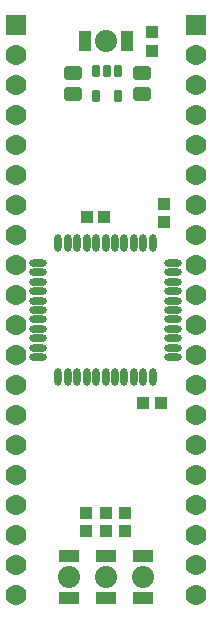
<source format=gbs>
G04*
G04 #@! TF.GenerationSoftware,Altium Limited,Altium Designer,21.0.8 (223)*
G04*
G04 Layer_Color=16711935*
%FSLAX25Y25*%
%MOIN*%
G70*
G04*
G04 #@! TF.SameCoordinates,A92B238D-CFD9-4CD7-8B95-F340C1F2EFB7*
G04*
G04*
G04 #@! TF.FilePolarity,Negative*
G04*
G01*
G75*
%ADD11C,0.06992*%
%ADD12R,0.06992X0.06992*%
%ADD13C,0.07386*%
G04:AMPARAMS|DCode=31|XSize=48.27mil|YSize=60.08mil|CornerRadius=12.82mil|HoleSize=0mil|Usage=FLASHONLY|Rotation=270.000|XOffset=0mil|YOffset=0mil|HoleType=Round|Shape=RoundedRectangle|*
%AMROUNDEDRECTD31*
21,1,0.04827,0.03445,0,0,270.0*
21,1,0.02264,0.06008,0,0,270.0*
1,1,0.02563,-0.01722,-0.01132*
1,1,0.02563,-0.01722,0.01132*
1,1,0.02563,0.01722,0.01132*
1,1,0.02563,0.01722,-0.01132*
%
%ADD31ROUNDEDRECTD31*%
%ADD32R,0.04433X0.04236*%
G04:AMPARAMS|DCode=33|XSize=26.61mil|YSize=42.36mil|CornerRadius=7.4mil|HoleSize=0mil|Usage=FLASHONLY|Rotation=0.000|XOffset=0mil|YOffset=0mil|HoleType=Round|Shape=RoundedRectangle|*
%AMROUNDEDRECTD33*
21,1,0.02661,0.02756,0,0,0.0*
21,1,0.01181,0.04236,0,0,0.0*
1,1,0.01480,0.00591,-0.01378*
1,1,0.01480,-0.00591,-0.01378*
1,1,0.01480,-0.00591,0.01378*
1,1,0.01480,0.00591,0.01378*
%
%ADD33ROUNDEDRECTD33*%
%ADD34R,0.04236X0.06598*%
%ADD35R,0.06598X0.04236*%
%ADD36R,0.04039X0.03842*%
%ADD37O,0.05811X0.02465*%
%ADD38O,0.02465X0.05811*%
%ADD39R,0.04236X0.04433*%
D11*
X6000Y56000D02*
D03*
Y66000D02*
D03*
Y76000D02*
D03*
Y86000D02*
D03*
Y96000D02*
D03*
Y106000D02*
D03*
Y116000D02*
D03*
Y186000D02*
D03*
Y176000D02*
D03*
Y166000D02*
D03*
Y156000D02*
D03*
Y146000D02*
D03*
Y136000D02*
D03*
Y126000D02*
D03*
Y46000D02*
D03*
Y36000D02*
D03*
Y26000D02*
D03*
Y16000D02*
D03*
Y6000D02*
D03*
X66000D02*
D03*
Y16000D02*
D03*
Y26000D02*
D03*
Y36000D02*
D03*
Y46000D02*
D03*
Y126000D02*
D03*
Y136000D02*
D03*
Y146000D02*
D03*
Y156000D02*
D03*
Y166000D02*
D03*
Y176000D02*
D03*
Y186000D02*
D03*
Y116000D02*
D03*
Y106000D02*
D03*
Y96000D02*
D03*
Y86000D02*
D03*
Y76000D02*
D03*
Y66000D02*
D03*
Y56000D02*
D03*
D12*
X6000Y196000D02*
D03*
X66000D02*
D03*
D13*
X36000Y190500D02*
D03*
X23800Y12000D02*
D03*
X36100D02*
D03*
X48400D02*
D03*
D31*
X25000Y180043D02*
D03*
Y172957D02*
D03*
X48000Y180043D02*
D03*
Y172957D02*
D03*
D32*
X54504Y70004D02*
D03*
X48598D02*
D03*
X29700Y131800D02*
D03*
X35605D02*
D03*
D33*
X40240Y172327D02*
D03*
X32760D02*
D03*
X40240Y180673D02*
D03*
X36500D02*
D03*
X32760D02*
D03*
D34*
X29000Y190500D02*
D03*
X43000D02*
D03*
D35*
X23800Y19000D02*
D03*
Y5000D02*
D03*
X36100Y19000D02*
D03*
Y5000D02*
D03*
X48400D02*
D03*
Y19000D02*
D03*
D36*
X42600Y27100D02*
D03*
Y33399D02*
D03*
X29600D02*
D03*
Y27100D02*
D03*
X36100Y33399D02*
D03*
Y27100D02*
D03*
X51600Y187401D02*
D03*
Y193700D02*
D03*
D37*
X13559Y85154D02*
D03*
Y88303D02*
D03*
Y91453D02*
D03*
Y94602D02*
D03*
Y97752D02*
D03*
Y100902D02*
D03*
Y104051D02*
D03*
Y107201D02*
D03*
Y110350D02*
D03*
Y113500D02*
D03*
Y116650D02*
D03*
X58441D02*
D03*
Y113500D02*
D03*
Y110350D02*
D03*
Y107201D02*
D03*
Y104051D02*
D03*
Y100902D02*
D03*
Y97752D02*
D03*
Y94602D02*
D03*
Y91453D02*
D03*
Y88303D02*
D03*
Y85154D02*
D03*
D38*
X20252Y123343D02*
D03*
X23402D02*
D03*
X26551D02*
D03*
X29701D02*
D03*
X32850D02*
D03*
X36000D02*
D03*
X39150D02*
D03*
X42299D02*
D03*
X45449D02*
D03*
X48598D02*
D03*
X51748D02*
D03*
Y78461D02*
D03*
X48598D02*
D03*
X45449D02*
D03*
X42299D02*
D03*
X39150D02*
D03*
X36000D02*
D03*
X32850D02*
D03*
X29701D02*
D03*
X26551D02*
D03*
X23402D02*
D03*
X20252D02*
D03*
D39*
X55600Y136205D02*
D03*
Y130300D02*
D03*
M02*

</source>
